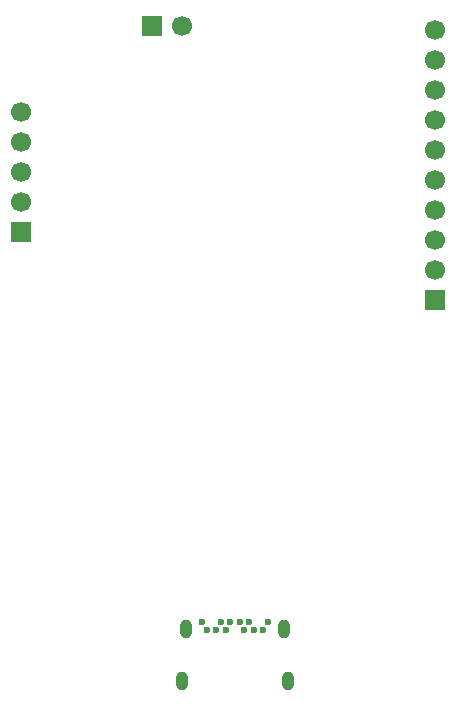
<source format=gbr>
%TF.GenerationSoftware,KiCad,Pcbnew,9.0.4*%
%TF.CreationDate,2025-09-10T15:59:19+03:00*%
%TF.ProjectId,Asius1,41736975-7331-42e6-9b69-6361645f7063,rev?*%
%TF.SameCoordinates,Original*%
%TF.FileFunction,Soldermask,Bot*%
%TF.FilePolarity,Negative*%
%FSLAX46Y46*%
G04 Gerber Fmt 4.6, Leading zero omitted, Abs format (unit mm)*
G04 Created by KiCad (PCBNEW 9.0.4) date 2025-09-10 15:59:19*
%MOMM*%
%LPD*%
G01*
G04 APERTURE LIST*
%ADD10O,1.000000X1.600000*%
%ADD11C,0.600000*%
%ADD12R,1.700000X1.700000*%
%ADD13C,1.700000*%
G04 APERTURE END LIST*
D10*
%TO.C,USBC1*%
X82560000Y-127810000D03*
X82920000Y-123400000D03*
X91180000Y-123400000D03*
X91540000Y-127810000D03*
D11*
X89850000Y-122810000D03*
X89450000Y-123510000D03*
X88650000Y-123510000D03*
X88250000Y-122810000D03*
X87850000Y-123510000D03*
X87450000Y-122810000D03*
X86650000Y-122810000D03*
X86250000Y-123510000D03*
X85850000Y-122810000D03*
X85450000Y-123510000D03*
X84650000Y-123510000D03*
X84250000Y-122810000D03*
%TD*%
D12*
%TO.C,J2*%
X104000000Y-95610000D03*
D13*
X104000000Y-93070000D03*
X104000000Y-90530000D03*
X104000000Y-87990000D03*
X104000000Y-85450000D03*
X104000000Y-82910000D03*
X104000000Y-80370000D03*
X104000000Y-77830000D03*
X104000000Y-75290000D03*
X104000000Y-72750000D03*
%TD*%
D12*
%TO.C,J1*%
X68925000Y-89800000D03*
D13*
X68925000Y-87260000D03*
X68925000Y-84720000D03*
X68925000Y-82180000D03*
X68925000Y-79640000D03*
%TD*%
D12*
%TO.C,J3*%
X80000000Y-72400000D03*
D13*
X82540000Y-72400000D03*
%TD*%
M02*

</source>
